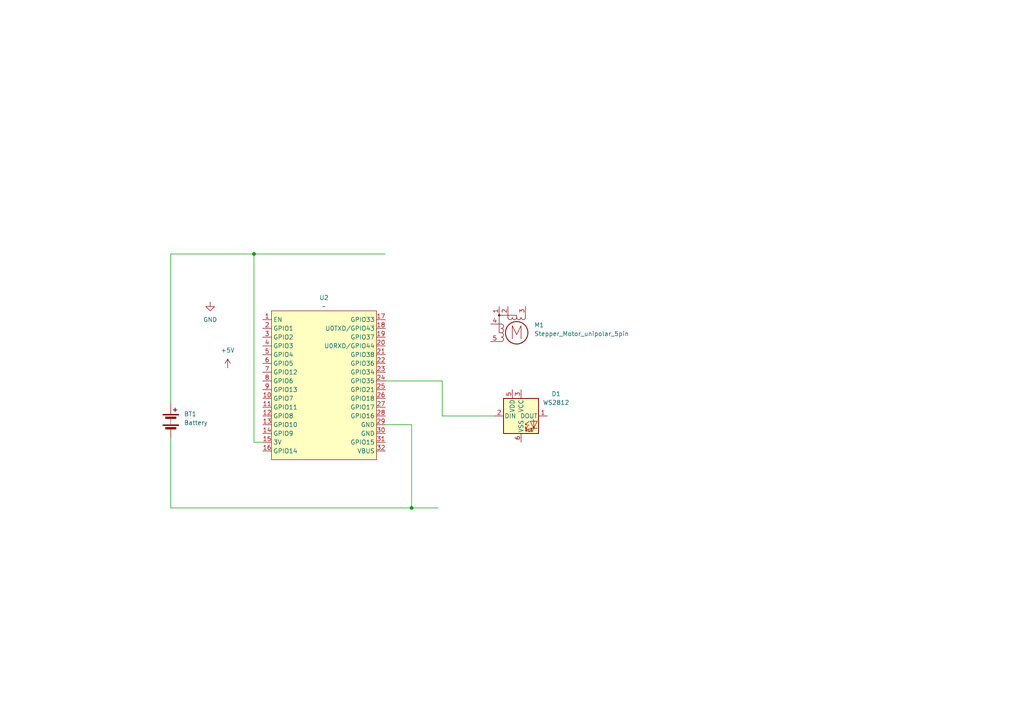
<source format=kicad_sch>
(kicad_sch (version 20250114) (generator "eeschema") (generator_version "9.0")
  (paper "A4")
  (lib_symbols
    (symbol "Device:Battery" (pin_numbers (hide yes)) (pin_names (offset 0) (hide yes))
      (property "Reference" "BT" (at 2.54 2.54 0))
      (property "Value" "Battery" (at 2.54 0 0))
      (symbol "Battery_0_1"
        (rectangle (start -2.286 1.778) (end 2.286 1.524) (fill (type outline)))
        (rectangle (start -2.286 -1.27) (end 2.286 -1.524) (fill (type outline)))
        (rectangle (start -1.524 1.016) (end 1.524 0.508) (fill (type outline)))
        (rectangle (start -1.524 -2.032) (end 1.524 -2.54) (fill (type outline)))
        (polyline (pts (xy 0 1.778) (xy 0 2.54)))
        (polyline (pts (xy 0 0) (xy 0 0.254)))
        (polyline (pts (xy 0 -0.508) (xy 0 -0.254)))
        (polyline (pts (xy 0 -1.016) (xy 0 -0.762)))
        (polyline (pts (xy 0.762 3.048) (xy 1.778 3.048)) (stroke (width 0.254)))
        (polyline (pts (xy 1.27 3.556) (xy 1.27 2.54)) (stroke (width 0.254)))
      )
      (symbol "Battery_1_1"
        (pin passive line (at 0 5.08 270) (length 2.54) (name "+") (number "1"))
        (pin passive line (at 0 -5.08 90) (length 2.54) (name "-") (number "2"))
      )
    )
    (symbol "LED:WS2812" (pin_names (offset 0.254))
      (property "Reference" "D" (at 5.08 5.715 0))
      (property "Value" "WS2812" (at 1.27 -5.715 0))
      (symbol "WS2812_0_0"
        (text "RGB" (at 2.286 -4.191 0) (effects (font (size 0.762 0.762))))
      )
      (symbol "WS2812_0_1"
        (polyline (pts (xy 1.27 -2.54) (xy 1.778 -2.54)))
        (polyline (pts (xy 1.27 -3.556) (xy 1.778 -3.556)))
        (polyline (pts (xy 2.286 -1.524) (xy 1.27 -2.54) (xy 1.27 -2.032)))
        (polyline (pts (xy 2.286 -2.54) (xy 1.27 -3.556) (xy 1.27 -3.048)))
        (polyline (pts (xy 3.683 -1.016) (xy 3.683 -3.556) (xy 3.683 -4.064)))
        (polyline (pts (xy 4.699 -1.524) (xy 2.667 -1.524) (xy 3.683 -3.556) (xy 4.699 -1.524)))
        (polyline (pts (xy 4.699 -3.556) (xy 2.667 -3.556)))
        (rectangle (start 5.08 5.08) (end -5.08 -5.08) (stroke (width 0.254)) (fill (type background)))
      )
      (symbol "WS2812_1_1"
        (pin input line (at -7.62 0 0) (length 2.54) (name "DIN") (number "2"))
        (pin power_in line (at -2.54 7.62 270) (length 2.54) (name "VDD") (number "5"))
        (pin power_in line (at 0 7.62 270) (length 2.54) (name "VCC") (number "3"))
        (pin power_in line (at 0 -7.62 90) (length 2.54) (name "VSS") (number "6"))
        (pin no_connect line (at 5.08 2.54 180) (length 2.54) (hide yes) (name "NC") (number "4"))
        (pin output line (at 7.62 0 180) (length 2.54) (name "DOUT") (number "1"))
      )
    )
    (symbol "Motor:Stepper_Motor_unipolar_5pin" (pin_names (offset 0) (hide yes))
      (property "Reference" "M" (at 3.81 2.54 0))
      (property "Value" "Stepper_Motor_unipolar_5pin" (at 3.81 1.27 0))
      (symbol "Stepper_Motor_unipolar_5pin_0_0"
        (polyline (pts (xy -1.27 -1.778) (xy -1.27 2.032) (xy 0 -0.508) (xy 1.27 2.032) (xy 1.27 -1.778)))
      )
      (symbol "Stepper_Motor_unipolar_5pin_0_1"
        (circle (center -5.08 5.08) (radius 0.0001) (fill (type outline)))
        (circle (center -5.08 5.08) (radius 0.254) (fill (type outline)))
        (polyline (pts (xy -5.08 5.08) (xy -5.08 0) (xy -4.445 0)))
        (polyline (pts (xy -5.08 2.54) (xy -4.445 2.54)))
        (polyline (pts (xy -5.08 -2.54) (xy -4.445 -2.54)))
        (arc (start -4.445 2.54) (mid -3.8127 1.905) (end -4.445 1.27))
        (arc (start -4.445 1.27) (mid -3.8127 0.635) (end -4.445 0))
        (arc (start -4.445 0) (mid -3.8127 -0.635) (end -4.445 -1.27))
        (arc (start -4.445 -1.27) (mid -3.8127 -1.905) (end -4.445 -2.54))
        (polyline (pts (xy -2.54 4.445) (xy -2.54 5.08)))
        (arc (start -1.27 4.445) (mid -1.905 3.8127) (end -2.54 4.445))
        (arc (start 0 4.445) (mid -0.635 3.8127) (end -1.27 4.445))
        (polyline (pts (xy 0 4.445) (xy 0 5.08) (xy -5.08 5.08)))
        (circle (center 0 0) (radius 3.2512) (stroke (width 0.254)))
        (arc (start 1.27 4.445) (mid 0.635 3.8127) (end 0 4.445))
        (arc (start 2.54 4.445) (mid 1.905 3.8127) (end 1.27 4.445))
        (polyline (pts (xy 2.54 4.445) (xy 2.54 5.08)))
      )
      (symbol "Stepper_Motor_unipolar_5pin_1_1"
        (pin passive line (at -7.62 2.54 0) (length 2.54) (name "~") (number "4"))
        (pin passive line (at -7.62 -2.54 0) (length 2.54) (name "~") (number "5"))
        (pin passive line (at -5.08 7.62 270) (length 2.54) (name "~") (number "1"))
        (pin passive line (at -2.54 7.62 270) (length 2.54) (name "~") (number "2"))
        (pin passive line (at 2.54 7.62 270) (length 2.54) (name "-") (number "3"))
      )
    )
    (symbol "Weemos:S3-Mini"
      (property "Reference" "U" (at 0 0 0))
      (symbol "S3-Mini_1_1"
        (rectangle (start -15.24 21.59) (end 15.24 -21.59) (fill (type background)))
        (pin bidirectional line (at -17.78 19.05 0) (length 2.54) (name "EN") (number "1"))
        (pin bidirectional line (at -17.78 16.51 0) (length 2.54) (name "GPIO1") (number "2"))
        (pin bidirectional line (at -17.78 13.97 0) (length 2.54) (name "GPIO2") (number "3"))
        (pin bidirectional line (at -17.78 11.43 0) (length 2.54) (name "GPIO3") (number "4"))
        (pin bidirectional line (at -17.78 8.89 0) (length 2.54) (name "GPIO4") (number "5"))
        (pin bidirectional line (at -17.78 6.35 0) (length 2.54) (name "GPIO5") (number "6"))
        (pin bidirectional line (at -17.78 3.81 0) (length 2.54) (name "GPIO12") (number "7"))
        (pin bidirectional line (at -17.78 1.27 0) (length 2.54) (name "GPIO6") (number "8"))
        (pin bidirectional line (at -17.78 -1.27 0) (length 2.54) (name "GPIO13") (number "9"))
        (pin bidirectional line (at -17.78 -3.81 0) (length 2.54) (name "GPIO7") (number "10"))
        (pin bidirectional line (at -17.78 -6.35 0) (length 2.54) (name "GPIO11") (number "11"))
        (pin bidirectional line (at -17.78 -8.89 0) (length 2.54) (name "GPIO8") (number "12"))
        (pin bidirectional line (at -17.78 -11.43 0) (length 2.54) (name "GPIO10") (number "13"))
        (pin bidirectional line (at -17.78 -13.97 0) (length 2.54) (name "GPIO9") (number "14"))
        (pin power_out line (at -17.78 -16.51 0) (length 2.54) (name "3V") (number "15"))
        (pin bidirectional line (at -17.78 -19.05 0) (length 2.54) (name "GPIO14") (number "16"))
        (pin bidirectional line (at 17.78 19.05 180) (length 2.54) (name "GPIO33") (number "17"))
        (pin bidirectional line (at 17.78 16.51 180) (length 2.54) (name "U0TXD/GPIO43") (number "18"))
        (pin bidirectional line (at 17.78 13.97 180) (length 2.54) (name "GPIO37") (number "19"))
        (pin bidirectional line (at 17.78 11.43 180) (length 2.54) (name "U0RXD/GPIO44") (number "20"))
        (pin bidirectional line (at 17.78 8.89 180) (length 2.54) (name "GPIO38") (number "21"))
        (pin bidirectional line (at 17.78 6.35 180) (length 2.54) (name "GPIO36") (number "22"))
        (pin bidirectional line (at 17.78 3.81 180) (length 2.54) (name "GPIO34") (number "23"))
        (pin bidirectional line (at 17.78 1.27 180) (length 2.54) (name "GPIO35") (number "24"))
        (pin bidirectional line (at 17.78 -1.27 180) (length 2.54) (name "GPIO21") (number "25"))
        (pin bidirectional line (at 17.78 -3.81 180) (length 2.54) (name "GPIO18") (number "26"))
        (pin bidirectional line (at 17.78 -6.35 180) (length 2.54) (name "GPIO17") (number "27"))
        (pin bidirectional line (at 17.78 -8.89 180) (length 2.54) (name "GPIO16") (number "28"))
        (pin power_in line (at 17.78 -11.43 180) (length 2.54) (name "GND") (number "29"))
        (pin power_in line (at 17.78 -13.97 180) (length 2.54) (name "GND") (number "30"))
        (pin bidirectional line (at 17.78 -16.51 180) (length 2.54) (name "GPIO15") (number "31"))
        (pin power_in line (at 17.78 -19.05 180) (length 2.54) (name "VBUS") (number "32"))
      )
    )
    (symbol "power:+5V" (power) (pin_numbers (hide yes)) (pin_names (offset 0) (hide yes))
      (property "Value" "+5V" (at 0 3.556 0))
      (symbol "+5V_0_1"
        (polyline (pts (xy -0.762 1.27) (xy 0 2.54)))
        (polyline (pts (xy 0 2.54) (xy 0.762 1.27)))
        (polyline (pts (xy 0 0) (xy 0 2.54)))
      )
      (symbol "+5V_1_1"
        (pin power_in line (at 0 0 90) (length 0) (name "~") (number "1"))
      )
    )
    (symbol "power:GND" (power) (pin_numbers (hide yes)) (pin_names (offset 0) (hide yes))
      (property "Value" "GND" (at 0 -3.81 0))
      (symbol "GND_0_1"
        (polyline (pts (xy 0 0) (xy 0 -1.27) (xy 1.27 -1.27) (xy 0 -2.54) (xy -1.27 -1.27) (xy 0 -1.27)))
      )
      (symbol "GND_1_1"
        (pin power_in line (at 0 0 270) (length 0) (name "~") (number "1"))
      )
    )
  )
  (junction (at 119.38 147.32))
  (junction (at 73.66 73.66))
  (wire (pts (xy 111.76 110.49) (xy 128.27 110.49)))
  (wire (pts (xy 128.27 120.65) (xy 143.51 120.65)))
  (wire (pts (xy 119.38 147.32) (xy 127 147.32)))
  (wire (pts (xy 119.38 123.19) (xy 119.38 147.32)))
  (wire (pts (xy 73.66 73.66) (xy 111.76 73.66)))
  (wire (pts (xy 128.27 110.49) (xy 128.27 120.65)))
  (wire (pts (xy 111.76 123.19) (xy 119.38 123.19)))
  (wire (pts (xy 49.53 73.66) (xy 73.66 73.66)))
  (wire (pts (xy 49.53 116.84) (xy 49.53 73.66)))
  (wire (pts (xy 73.66 73.66) (xy 73.66 128.27)))
  (wire (pts (xy 76.2 128.27) (xy 73.66 128.27)))
  (wire (pts (xy 49.53 147.32) (xy 119.38 147.32)))
  (wire (pts (xy 49.53 127) (xy 49.53 147.32)))
  (symbol (lib_id "Weemos:S3-Mini") (at 93.98 111.76 0) (unit 1)
    (property "Reference" "U2" (at 93.98 86.36 0))
    (property "Value" "~" (at 93.98 88.9 0))
    (property "Footprint" "Weemos:S3 Mini" (effects (hide yes)))
  )
  (symbol (lib_id "Motor:Stepper_Motor_unipolar_5pin") (at 149.86 96.52 0) (unit 1)
    (property "Reference" "M1" (at 154.94 94.272 0) (effects (justify left)))
    (property "Value" "Stepper_Motor_unipolar_5pin" (at 154.94 96.812 0) (effects (justify left)))
    (property "Datasheet" "http://www.infineon.com/dgdl/Application-Note-TLE8110EE_driving_UniPolarStepperMotor_V1.1.pdf?fileId=db3a30431be39b97011be5d0aa0a00b0" (effects (hide yes)))
    (property "Description" "5-wire unipolar stepper motor" (effects (hide yes)))
  )
  (symbol (lib_id "power:GND") (at 60.96 87.63 0) (unit 1)
    (property "Reference" "#PWR02" (effects (hide yes)))
    (property "Value" "GND" (at 60.96 92.71 0))
    (property "Description" "Power symbol creates a global label with name \"GND\" , ground" (effects (hide yes)))
  )
  (symbol (lib_id "Device:Battery") (at 49.53 121.92 0) (unit 1)
    (property "Reference" "BT1" (at 53.34 120.0784 0) (effects (justify left)))
    (property "Value" "Battery" (at 53.34 122.6184 0) (effects (justify left)))
    (property "Description" "Multiple-cell battery" (effects (hide yes)))
  )
  (symbol (lib_id "power:+5V") (at 66.04 106.68 0) (unit 1)
    (property "Reference" "#PWR01" (effects (hide yes)))
    (property "Value" "+5V" (at 66.04 101.6 0))
    (property "Description" "Power symbol creates a global label with name \"+5V\"" (effects (hide yes)))
  )
  (symbol (lib_id "LED:WS2812") (at 151.13 120.65 0) (unit 1)
    (property "Reference" "D1" (at 161.29 114.2298 0))
    (property "Value" "WS2812" (at 161.29 116.7698 0))
    (property "Footprint" "LED_SMD:LED_WS2812_PLCC6_5.0x5.0mm_P1.6mm" (effects (hide yes)))
    (property "Datasheet" "https://cdn-shop.adafruit.com/datasheets/WS2812.pdf" (effects (hide yes)))
    (property "Description" "RGB LED with integrated controller" (effects (hide yes)))
  )
)
</source>
